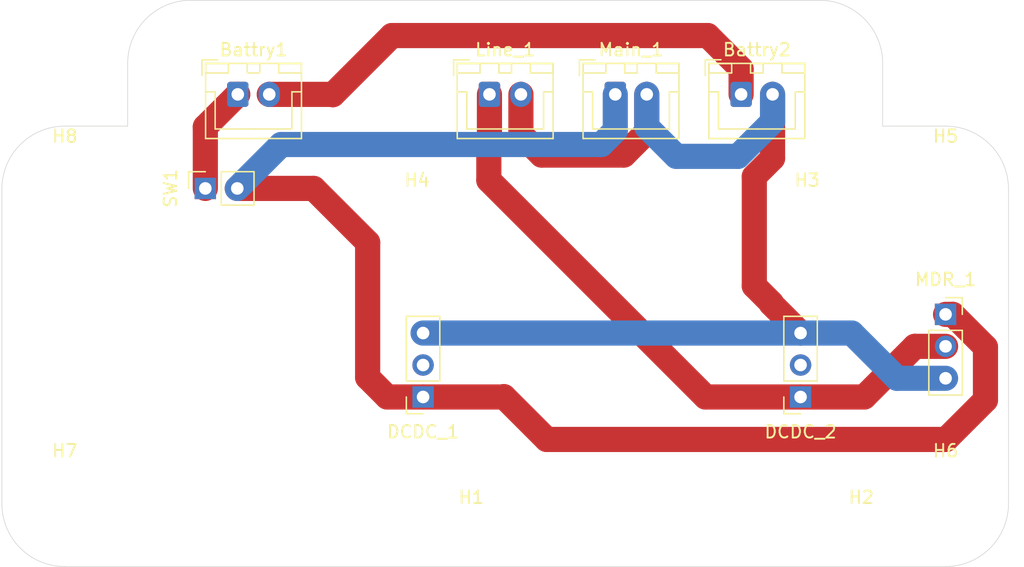
<source format=kicad_pcb>
(kicad_pcb (version 20240108) (generator "pcbnew") (generator_version "8.0")
  (layers (0 "F.Cu" signal) (31 "B.Cu" signal) (34 "B.Paste" user) (35 "F.Paste" user) (36 "B.SilkS" user "B.Silkscreen") (37 "F.SilkS" user "F.Silkscreen") (38 "B.Mask" user) (39 "F.Mask" user) (44 "Edge.Cuts" user))
  (net 0 "")
  (net 1 "VCC")
  (net 2 "GND")
  (net 3 "Net-(Battry1-Pin_2)")
  (net 6 "+5V")
  (net 7 "Net-(Battry1-Pin_1)")
  (footprint "MountingHole:MountingHole_3.2mm_M3" (layer "F.Cu") (at 143 91)
    (property "Reference" "H4" (at 0 -4.2 0) (layer "F.SilkS"))
    (property "Value" "MountingHole")
    (pad "" np_thru_hole circle (at 0 0) (size 3.2 3.2) (drill 3.2) (layers "*.Cu" "*.Mask"))
  )
  (footprint "Connector_JST:JST_XH_B2B-XH-A_1x02_P2.50mm_Vertical" (layer "F.Cu") (at 148.75 79.975)
    (property "Reference" "Line_1" (at 1.25 -3.55 0) (layer "F.SilkS"))
    (property "Value" "Conn_01x02_Pin")
    (fp_line (start -2.85 -2.75) (end -2.85 -1.5) (stroke (width 0.12)) (layer "F.SilkS"))
    (fp_line (start -2.56 -2.46) (end -2.56 3.51) (stroke (width 0.12)) (layer "F.SilkS"))
    (fp_line (start -2.56 3.51) (end 5.06 3.51) (stroke (width 0.12)) (layer "F.SilkS"))
    (fp_line (start -2.55 -2.45) (end -2.55 -1.7) (stroke (width 0.12)) (layer "F.SilkS"))
    (fp_line (start -2.55 -1.7) (end -0.75 -1.7) (stroke (width 0.12)) (layer "F.SilkS"))
    (fp_line (start -2.55 -0.2) (end -1.8 -0.2) (stroke (width 0.12)) (layer "F.SilkS"))
    (fp_line (start -1.8 -0.2) (end -1.8 2.75) (stroke (width 0.12)) (layer "F.SilkS"))
    (fp_line (start -1.8 2.75) (end 1.25 2.75) (stroke (width 0.12)) (layer "F.SilkS"))
    (fp_line (start -1.6 -2.75) (end -2.85 -2.75) (stroke (width 0.12)) (layer "F.SilkS"))
    (fp_line (start -0.75 -2.45) (end -2.55 -2.45) (stroke (width 0.12)) (layer "F.SilkS"))
    (fp_line (start -0.75 -1.7) (end -0.75 -2.45) (stroke (width 0.12)) (layer "F.SilkS"))
    (fp_line (start 0.75 -2.45) (end 0.75 -1.7) (stroke (width 0.12)) (layer "F.SilkS"))
    (fp_line (start 0.75 -1.7) (end 1.75 -1.7) (stroke (width 0.12)) (layer "F.SilkS"))
    (fp_line (start 1.75 -2.45) (end 0.75 -2.45) (stroke (width 0.12)) (layer "F.SilkS"))
    (fp_line (start 1.75 -1.7) (end 1.75 -2.45) (stroke (width 0.12)) (layer "F.SilkS"))
    (fp_line (start 3.25 -2.45) (end 3.25 -1.7) (stroke (width 0.12)) (layer "F.SilkS"))
    (fp_line (start 3.25 -1.7) (end 5.05 -1.7) (stroke (width 0.12)) (layer "F.SilkS"))
    (fp_line (start 4.3 -0.2) (end 4.3 2.75) (stroke (width 0.12)) (layer "F.SilkS"))
    (fp_line (start 4.3 2.75) (end 1.25 2.75) (stroke (width 0.12)) (layer "F.SilkS"))
    (fp_line (start 5.05 -2.45) (end 3.25 -2.45) (stroke (width 0.12)) (layer "F.SilkS"))
    (fp_line (start 5.05 -1.7) (end 5.05 -2.45) (stroke (width 0.12)) (layer "F.SilkS"))
    (fp_line (start 5.05 -0.2) (end 4.3 -0.2) (stroke (width 0.12)) (layer "F.SilkS"))
    (fp_line (start 5.06 -2.46) (end -2.56 -2.46) (stroke (width 0.12)) (layer "F.SilkS"))
    (fp_line (start 5.06 3.51) (end 5.06 -2.46) (stroke (width 0.12)) (layer "F.SilkS"))
    (pad "1" thru_hole roundrect (at 0 0) (size 1.7 2) (drill 1) (layers "*.Cu" "*.Mask") (roundrect_rratio 0.147059) (net 6 "+5V"))
    (pad "2" thru_hole oval (at 2.5 0) (size 1.7 2) (drill 1) (layers "*.Cu" "*.Mask") (net 2 "GND"))
  )
  (footprint "Connector_JST:JST_XH_B2B-XH-A_1x02_P2.50mm_Vertical" (layer "F.Cu") (at 158.75 79.975)
    (property "Reference" "Main_1" (at 1.25 -3.55 0) (layer "F.SilkS"))
    (property "Value" "Conn_01x02_Pin")
    (fp_line (start -2.85 -2.75) (end -2.85 -1.5) (stroke (width 0.12)) (layer "F.SilkS"))
    (fp_line (start -2.56 -2.46) (end -2.56 3.51) (stroke (width 0.12)) (layer "F.SilkS"))
    (fp_line (start -2.56 3.51) (end 5.06 3.51) (stroke (width 0.12)) (layer "F.SilkS"))
    (fp_line (start -2.55 -2.45) (end -2.55 -1.7) (stroke (width 0.12)) (layer "F.SilkS"))
    (fp_line (start -2.55 -1.7) (end -0.75 -1.7) (stroke (width 0.12)) (layer "F.SilkS"))
    (fp_line (start -2.55 -0.2) (end -1.8 -0.2) (stroke (width 0.12)) (layer "F.SilkS"))
    (fp_line (start -1.8 -0.2) (end -1.8 2.75) (stroke (width 0.12)) (layer "F.SilkS"))
    (fp_line (start -1.8 2.75) (end 1.25 2.75) (stroke (width 0.12)) (layer "F.SilkS"))
    (fp_line (start -1.6 -2.75) (end -2.85 -2.75) (stroke (width 0.12)) (layer "F.SilkS"))
    (fp_line (start -0.75 -2.45) (end -2.55 -2.45) (stroke (width 0.12)) (layer "F.SilkS"))
    (fp_line (start -0.75 -1.7) (end -0.75 -2.45) (stroke (width 0.12)) (layer "F.SilkS"))
    (fp_line (start 0.75 -2.45) (end 0.75 -1.7) (stroke (width 0.12)) (layer "F.SilkS"))
    (fp_line (start 0.75 -1.7) (end 1.75 -1.7) (stroke (width 0.12)) (layer "F.SilkS"))
    (fp_line (start 1.75 -2.45) (end 0.75 -2.45) (stroke (width 0.12)) (layer "F.SilkS"))
    (fp_line (start 1.75 -1.7) (end 1.75 -2.45) (stroke (width 0.12)) (layer "F.SilkS"))
    (fp_line (start 3.25 -2.45) (end 3.25 -1.7) (stroke (width 0.12)) (layer "F.SilkS"))
    (fp_line (start 3.25 -1.7) (end 5.05 -1.7) (stroke (width 0.12)) (layer "F.SilkS"))
    (fp_line (start 4.3 -0.2) (end 4.3 2.75) (stroke (width 0.12)) (layer "F.SilkS"))
    (fp_line (start 4.3 2.75) (end 1.25 2.75) (stroke (width 0.12)) (layer "F.SilkS"))
    (fp_line (start 5.05 -2.45) (end 3.25 -2.45) (stroke (width 0.12)) (layer "F.SilkS"))
    (fp_line (start 5.05 -1.7) (end 5.05 -2.45) (stroke (width 0.12)) (layer "F.SilkS"))
    (fp_line (start 5.05 -0.2) (end 4.3 -0.2) (stroke (width 0.12)) (layer "F.SilkS"))
    (fp_line (start 5.06 -2.46) (end -2.56 -2.46) (stroke (width 0.12)) (layer "F.SilkS"))
    (fp_line (start 5.06 3.51) (end 5.06 -2.46) (stroke (width 0.12)) (layer "F.SilkS"))
    (pad "1" thru_hole roundrect (at 0 0) (size 1.7 2) (drill 1) (layers "*.Cu" "*.Mask") (roundrect_rratio 0.147059) (net 1 "VCC"))
    (pad "2" thru_hole oval (at 2.5 0) (size 1.7 2) (drill 1) (layers "*.Cu" "*.Mask") (net 2 "GND"))
  )
  (footprint "Connector_JST:JST_XH_B2B-XH-A_1x02_P2.50mm_Vertical" (layer "F.Cu") (at 128.75 79.975)
    (property "Reference" "Battry1" (at 1.25 -3.55 0) (layer "F.SilkS"))
    (property "Value" "Conn_01x02_Pin")
    (fp_line (start -2.85 -2.75) (end -2.85 -1.5) (stroke (width 0.12)) (layer "F.SilkS"))
    (fp_line (start -2.56 -2.46) (end -2.56 3.51) (stroke (width 0.12)) (layer "F.SilkS"))
    (fp_line (start -2.56 3.51) (end 5.06 3.51) (stroke (width 0.12)) (layer "F.SilkS"))
    (fp_line (start -2.55 -2.45) (end -2.55 -1.7) (stroke (width 0.12)) (layer "F.SilkS"))
    (fp_line (start -2.55 -1.7) (end -0.75 -1.7) (stroke (width 0.12)) (layer "F.SilkS"))
    (fp_line (start -2.55 -0.2) (end -1.8 -0.2) (stroke (width 0.12)) (layer "F.SilkS"))
    (fp_line (start -1.8 -0.2) (end -1.8 2.75) (stroke (width 0.12)) (layer "F.SilkS"))
    (fp_line (start -1.8 2.75) (end 1.25 2.75) (stroke (width 0.12)) (layer "F.SilkS"))
    (fp_line (start -1.6 -2.75) (end -2.85 -2.75) (stroke (width 0.12)) (layer "F.SilkS"))
    (fp_line (start -0.75 -2.45) (end -2.55 -2.45) (stroke (width 0.12)) (layer "F.SilkS"))
    (fp_line (start -0.75 -1.7) (end -0.75 -2.45) (stroke (width 0.12)) (layer "F.SilkS"))
    (fp_line (start 0.75 -2.45) (end 0.75 -1.7) (stroke (width 0.12)) (layer "F.SilkS"))
    (fp_line (start 0.75 -1.7) (end 1.75 -1.7) (stroke (width 0.12)) (layer "F.SilkS"))
    (fp_line (start 1.75 -2.45) (end 0.75 -2.45) (stroke (width 0.12)) (layer "F.SilkS"))
    (fp_line (start 1.75 -1.7) (end 1.75 -2.45) (stroke (width 0.12)) (layer "F.SilkS"))
    (fp_line (start 3.25 -2.45) (end 3.25 -1.7) (stroke (width 0.12)) (layer "F.SilkS"))
    (fp_line (start 3.25 -1.7) (end 5.05 -1.7) (stroke (width 0.12)) (layer "F.SilkS"))
    (fp_line (start 4.3 -0.2) (end 4.3 2.75) (stroke (width 0.12)) (layer "F.SilkS"))
    (fp_line (start 4.3 2.75) (end 1.25 2.75) (stroke (width 0.12)) (layer "F.SilkS"))
    (fp_line (start 5.05 -2.45) (end 3.25 -2.45) (stroke (width 0.12)) (layer "F.SilkS"))
    (fp_line (start 5.05 -1.7) (end 5.05 -2.45) (stroke (width 0.12)) (layer "F.SilkS"))
    (fp_line (start 5.05 -0.2) (end 4.3 -0.2) (stroke (width 0.12)) (layer "F.SilkS"))
    (fp_line (start 5.06 -2.46) (end -2.56 -2.46) (stroke (width 0.12)) (layer "F.SilkS"))
    (fp_line (start 5.06 3.51) (end 5.06 -2.46) (stroke (width 0.12)) (layer "F.SilkS"))
    (pad "1" thru_hole roundrect (at 0 0) (size 1.7 2) (drill 1) (layers "*.Cu" "*.Mask") (roundrect_rratio 0.147059) (net 7 "Net-(Battry1-Pin_1)"))
    (pad "2" thru_hole oval (at 2.5 0) (size 1.7 2) (drill 1) (layers "*.Cu" "*.Mask") (net 3 "Net-(Battry1-Pin_2)"))
  )
  (footprint "MountingHole:MountingHole_3.2mm_M3" (layer "F.Cu") (at 115 112.5)
    (property "Reference" "H7" (at 0 -4.2 0) (layer "F.SilkS"))
    (property "Value" "MountingHole")
    (pad "" np_thru_hole circle (at 0 0) (size 3.2 3.2) (drill 3.2) (layers "*.Cu" "*.Mask"))
  )
  (footprint "MountingHole:MountingHole_3.2mm_M3" (layer "F.Cu") (at 185 87.5)
    (property "Reference" "H5" (at 0 -4.2 0) (layer "F.SilkS"))
    (property "Value" "MountingHole")
    (pad "" np_thru_hole circle (at 0 0) (size 3.2 3.2) (drill 3.2) (layers "*.Cu" "*.Mask"))
  )
  (footprint "Connector_JST:JST_XH_B2B-XH-A_1x02_P2.50mm_Vertical" (layer "F.Cu") (at 168.75 79.975)
    (property "Reference" "Battry2" (at 1.25 -3.55 0) (layer "F.SilkS"))
    (property "Value" "Conn_01x02_Pin")
    (fp_line (start -2.85 -2.75) (end -2.85 -1.5) (stroke (width 0.12)) (layer "F.SilkS"))
    (fp_line (start -2.56 -2.46) (end -2.56 3.51) (stroke (width 0.12)) (layer "F.SilkS"))
    (fp_line (start -2.56 3.51) (end 5.06 3.51) (stroke (width 0.12)) (layer "F.SilkS"))
    (fp_line (start -2.55 -2.45) (end -2.55 -1.7) (stroke (width 0.12)) (layer "F.SilkS"))
    (fp_line (start -2.55 -1.7) (end -0.75 -1.7) (stroke (width 0.12)) (layer "F.SilkS"))
    (fp_line (start -2.55 -0.2) (end -1.8 -0.2) (stroke (width 0.12)) (layer "F.SilkS"))
    (fp_line (start -1.8 -0.2) (end -1.8 2.75) (stroke (width 0.12)) (layer "F.SilkS"))
    (fp_line (start -1.8 2.75) (end 1.25 2.75) (stroke (width 0.12)) (layer "F.SilkS"))
    (fp_line (start -1.6 -2.75) (end -2.85 -2.75) (stroke (width 0.12)) (layer "F.SilkS"))
    (fp_line (start -0.75 -2.45) (end -2.55 -2.45) (stroke (width 0.12)) (layer "F.SilkS"))
    (fp_line (start -0.75 -1.7) (end -0.75 -2.45) (stroke (width 0.12)) (layer "F.SilkS"))
    (fp_line (start 0.75 -2.45) (end 0.75 -1.7) (stroke (width 0.12)) (layer "F.SilkS"))
    (fp_line (start 0.75 -1.7) (end 1.75 -1.7) (stroke (width 0.12)) (layer "F.SilkS"))
    (fp_line (start 1.75 -2.45) (end 0.75 -2.45) (stroke (width 0.12)) (layer "F.SilkS"))
    (fp_line (start 1.75 -1.7) (end 1.75 -2.45) (stroke (width 0.12)) (layer "F.SilkS"))
    (fp_line (start 3.25 -2.45) (end 3.25 -1.7) (stroke (width 0.12)) (layer "F.SilkS"))
    (fp_line (start 3.25 -1.7) (end 5.05 -1.7) (stroke (width 0.12)) (layer "F.SilkS"))
    (fp_line (start 4.3 -0.2) (end 4.3 2.75) (stroke (width 0.12)) (layer "F.SilkS"))
    (fp_line (start 4.3 2.75) (end 1.25 2.75) (stroke (width 0.12)) (layer "F.SilkS"))
    (fp_line (start 5.05 -2.45) (end 3.25 -2.45) (stroke (width 0.12)) (layer "F.SilkS"))
    (fp_line (start 5.05 -1.7) (end 5.05 -2.45) (stroke (width 0.12)) (layer "F.SilkS"))
    (fp_line (start 5.05 -0.2) (end 4.3 -0.2) (stroke (width 0.12)) (layer "F.SilkS"))
    (fp_line (start 5.06 -2.46) (end -2.56 -2.46) (stroke (width 0.12)) (layer "F.SilkS"))
    (fp_line (start 5.06 3.51) (end 5.06 -2.46) (stroke (width 0.12)) (layer "F.SilkS"))
    (pad "1" thru_hole roundrect (at 0 0) (size 1.7 2) (drill 1) (layers "*.Cu" "*.Mask") (roundrect_rratio 0.147059) (net 3 "Net-(Battry1-Pin_2)"))
    (pad "2" thru_hole oval (at 2.5 0) (size 1.7 2) (drill 1) (layers "*.Cu" "*.Mask") (net 2 "GND"))
  )
  (footprint "Connector_PinSocket_2.54mm:PinSocket_1x02_P2.54mm_Vertical" (layer "F.Cu") (at 126.17 87.45 90)
    (property "Reference" "SW1" (at 0 -2.77 90) (layer "F.SilkS"))
    (property "Value" "SW_DPST_x2")
    (fp_line (start 1.33 -1.33) (end 1.33 0) (stroke (width 0.12)) (layer "F.SilkS"))
    (fp_line (start 0 -1.33) (end 1.33 -1.33) (stroke (width 0.12)) (layer "F.SilkS"))
    (fp_line (start 1.33 1.27) (end 1.33 3.87) (stroke (width 0.12)) (layer "F.SilkS"))
    (fp_line (start -1.33 1.27) (end 1.33 1.27) (stroke (width 0.12)) (layer "F.SilkS"))
    (fp_line (start -1.33 1.27) (end -1.33 3.87) (stroke (width 0.12)) (layer "F.SilkS"))
    (fp_line (start -1.33 3.87) (end 1.33 3.87) (stroke (width 0.12)) (layer "F.SilkS"))
    (pad "1" thru_hole rect (at 0 0 90) (size 1.7 1.7) (drill 1) (layers "*.Cu" "*.Mask") (net 7 "Net-(Battry1-Pin_1)"))
    (pad "2" thru_hole oval (at 0 2.54 90) (size 1.7 1.7) (drill 1) (layers "*.Cu" "*.Mask") (net 1 "VCC"))
  )
  (footprint "Connector_PinSocket_2.54mm:PinSocket_1x03_P2.54mm_Vertical" (layer "F.Cu") (at 173.475 104.025 180)
    (property "Reference" "DCDC_2" (at 0 -2.77 0) (layer "F.SilkS"))
    (property "Value" "Conn_01x03_Pin")
    (fp_line (start 1.33 1.27) (end 1.33 6.41) (stroke (width 0.12)) (layer "F.SilkS"))
    (fp_line (start 1.33 -1.33) (end 1.33 0) (stroke (width 0.12)) (layer "F.SilkS"))
    (fp_line (start 0 -1.33) (end 1.33 -1.33) (stroke (width 0.12)) (layer "F.SilkS"))
    (fp_line (start -1.33 6.41) (end 1.33 6.41) (stroke (width 0.12)) (layer "F.SilkS"))
    (fp_line (start -1.33 1.27) (end 1.33 1.27) (stroke (width 0.12)) (layer "F.SilkS"))
    (fp_line (start -1.33 1.27) (end -1.33 6.41) (stroke (width 0.12)) (layer "F.SilkS"))
    (pad "1" thru_hole rect (at 0 0 180) (size 1.7 1.7) (drill 1) (layers "*.Cu" "*.Mask") (net 6 "+5V"))
    (pad "2" thru_hole oval (at 0 2.54 180) (size 1.7 1.7) (drill 1) (layers "*.Cu" "*.Mask"))
    (pad "3" thru_hole oval (at 0 5.08 180) (size 1.7 1.7) (drill 1) (layers "*.Cu" "*.Mask") (net 2 "GND"))
  )
  (footprint "MountingHole:MountingHole_3.2mm_M3" (layer "F.Cu") (at 115 87.5)
    (property "Reference" "H8" (at 0 -4.2 0) (layer "F.SilkS"))
    (property "Value" "MountingHole")
    (pad "" np_thru_hole circle (at 0 0) (size 3.2 3.2) (drill 3.2) (layers "*.Cu" "*.Mask"))
  )
  (footprint "Connector_PinSocket_2.54mm:PinSocket_1x03_P2.54mm_Vertical" (layer "F.Cu") (at 143.475 104.025 180)
    (property "Reference" "DCDC_1" (at 0 -2.77 0) (layer "F.SilkS"))
    (property "Value" "Conn_01x03_Pin")
    (fp_line (start 1.33 1.27) (end 1.33 6.41) (stroke (width 0.12)) (layer "F.SilkS"))
    (fp_line (start 1.33 -1.33) (end 1.33 0) (stroke (width 0.12)) (layer "F.SilkS"))
    (fp_line (start 0 -1.33) (end 1.33 -1.33) (stroke (width 0.12)) (layer "F.SilkS"))
    (fp_line (start -1.33 6.41) (end 1.33 6.41) (stroke (width 0.12)) (layer "F.SilkS"))
    (fp_line (start -1.33 1.27) (end 1.33 1.27) (stroke (width 0.12)) (layer "F.SilkS"))
    (fp_line (start -1.33 1.27) (end -1.33 6.41) (stroke (width 0.12)) (layer "F.SilkS"))
    (pad "1" thru_hole rect (at 0 0 180) (size 1.7 1.7) (drill 1) (layers "*.Cu" "*.Mask") (net 1 "VCC"))
    (pad "2" thru_hole oval (at 0 2.54 180) (size 1.7 1.7) (drill 1) (layers "*.Cu" "*.Mask"))
    (pad "3" thru_hole oval (at 0 5.08 180) (size 1.7 1.7) (drill 1) (layers "*.Cu" "*.Mask") (net 2 "GND"))
  )
  (footprint "MountingHole:MountingHole_3.2mm_M3" (layer "F.Cu") (at 143 112)
    (property "Reference" "H1" (at 4.3 0 0) (layer "F.SilkS"))
    (property "Value" "MountingHole")
    (pad "" np_thru_hole circle (at 0 0) (size 3.2 3.2) (drill 3.2) (layers "*.Cu" "*.Mask"))
  )
  (footprint "Connector_PinSocket_2.54mm:PinSocket_1x03_P2.54mm_Vertical" (layer "F.Cu") (at 185 97.46)
    (property "Reference" "MDR_1" (at 0 -2.77 0) (layer "F.SilkS"))
    (property "Value" "Conn_01x03_Pin")
    (fp_line (start -1.33 1.27) (end -1.33 6.41) (stroke (width 0.12)) (layer "F.SilkS"))
    (fp_line (start -1.33 1.27) (end 1.33 1.27) (stroke (width 0.12)) (layer "F.SilkS"))
    (fp_line (start -1.33 6.41) (end 1.33 6.41) (stroke (width 0.12)) (layer "F.SilkS"))
    (fp_line (start 0 -1.33) (end 1.33 -1.33) (stroke (width 0.12)) (layer "F.SilkS"))
    (fp_line (start 1.33 -1.33) (end 1.33 0) (stroke (width 0.12)) (layer "F.SilkS"))
    (fp_line (start 1.33 1.27) (end 1.33 6.41) (stroke (width 0.12)) (layer "F.SilkS"))
    (pad "1" thru_hole rect (at 0 0) (size 1.7 1.7) (drill 1) (layers "*.Cu" "*.Mask") (net 1 "VCC"))
    (pad "2" thru_hole oval (at 0 2.54) (size 1.7 1.7) (drill 1) (layers "*.Cu" "*.Mask") (net 6 "+5V"))
    (pad "3" thru_hole oval (at 0 5.08) (size 1.7 1.7) (drill 1) (layers "*.Cu" "*.Mask") (net 2 "GND"))
  )
  (footprint "MountingHole:MountingHole_3.2mm_M3" (layer "F.Cu") (at 174 91)
    (property "Reference" "H3" (at 0 -4.2 0) (layer "F.SilkS"))
    (property "Value" "MountingHole")
    (pad "" np_thru_hole circle (at 0 0) (size 3.2 3.2) (drill 3.2) (layers "*.Cu" "*.Mask"))
  )
  (footprint "MountingHole:MountingHole_3.2mm_M3" (layer "F.Cu") (at 174 112)
    (property "Reference" "H2" (at 4.3 0 0) (layer "F.SilkS"))
    (property "Value" "MountingHole")
    (pad "" np_thru_hole circle (at 0 0) (size 3.2 3.2) (drill 3.2) (layers "*.Cu" "*.Mask"))
  )
  (footprint "MountingHole:MountingHole_3.2mm_M3" (layer "F.Cu") (at 185 112.5)
    (property "Reference" "H6" (at 0 -4.2 0) (layer "F.SilkS"))
    (property "Value" "MountingHole")
    (pad "" np_thru_hole circle (at 0 0) (size 3.2 3.2) (drill 3.2) (layers "*.Cu" "*.Mask"))
  )
  (gr_line (start 110 87.5) (end 110 112.5) (stroke (width 0.05)) (layer "Edge.Cuts"))
  (gr_arc (start 175 72.5) (mid 178.535534 73.964466) (end 180 77.5) (stroke (width 0.05)) (layer "Edge.Cuts"))
  (gr_arc (start 120 77.5) (mid 121.464466 73.964466) (end 125 72.5) (stroke (width 0.05)) (layer "Edge.Cuts"))
  (gr_arc (start 190 112.5) (mid 188.535534 116.035534) (end 185 117.5) (stroke (width 0.05)) (layer "Edge.Cuts"))
  (gr_arc (start 115 117.5) (mid 111.464466 116.035534) (end 110 112.5) (stroke (width 0.05)) (layer "Edge.Cuts"))
  (gr_arc (start 185 82.5) (mid 188.535534 83.964466) (end 190 87.5) (stroke (width 0.05)) (layer "Edge.Cuts"))
  (gr_line (start 190 87.5) (end 190 112.5) (stroke (width 0.05)) (layer "Edge.Cuts"))
  (gr_line (start 180 77.5) (end 180 82.5) (stroke (width 0.05)) (layer "Edge.Cuts"))
  (gr_line (start 120 82.5) (end 115 82.5) (stroke (width 0.05)) (layer "Edge.Cuts"))
  (gr_line (start 120 77.5) (end 120 82.5) (stroke (width 0.05)) (layer "Edge.Cuts"))
  (gr_line (start 185 82.5) (end 180 82.5) (stroke (width 0.05)) (layer "Edge.Cuts"))
  (gr_line (start 175 72.5) (end 125 72.5) (stroke (width 0.05)) (layer "Edge.Cuts"))
  (gr_line (start 115 117.5) (end 185 117.5) (stroke (width 0.05)) (layer "Edge.Cuts"))
  (gr_arc (start 110 87.5) (mid 111.464466 83.964466) (end 115 82.5) (stroke (width 0.05)) (layer "Edge.Cuts"))
  (segment (start 139.07 102.47) (end 140.625 104.025) (width 2) (layer "F.Cu") (net 1))
  (segment (start 143.475 104.025) (end 149.875 104.025) (width 2) (layer "F.Cu") (net 1))
  (segment (start 149.9 104) (end 153.3 107.4) (width 2) (layer "F.Cu") (net 1))
  (segment (start 185.57127 97.46) (end 185 97.46) (width 2) (layer "F.Cu") (net 1))
  (segment (start 185.04 107.4) (end 188.17 104.27) (width 2) (layer "F.Cu") (net 1))
  (segment (start 188.17 100.05873) (end 185.57127 97.46) (width 2) (layer "F.Cu") (net 1))
  (segment (start 153.3 107.4) (end 185.04 107.4) (width 2) (layer "F.Cu") (net 1))
  (segment (start 139.07 91.74) (end 139.07 102.47) (width 2) (layer "F.Cu") (net 1))
  (segment (start 188.17 104.27) (end 188.17 100.05873) (width 2) (layer "F.Cu") (net 1))
  (segment (start 128.71 87.45) (end 134.78 87.45) (width 2) (layer "F.Cu") (net 1))
  (segment (start 134.78 87.45) (end 139.07 91.74) (width 2) (layer "F.Cu") (net 1))
  (segment (start 140.625 104.025) (end 143.475 104.025) (width 2) (layer "F.Cu") (net 1))
  (segment (start 149.875 104.025) (end 149.9 104) (width 2) (layer "F.Cu") (net 1))
  (segment (start 158.75 79.975) (end 158.75 82.85) (width 2) (layer "B.Cu") (net 1))
  (segment (start 157.64 83.96) (end 132.2 83.96) (width 2) (layer "B.Cu") (net 1))
  (segment (start 132.2 83.96) (end 128.71 87.45) (width 2) (layer "B.Cu") (net 1))
  (segment (start 158.75 82.85) (end 157.64 83.96) (width 2) (layer "B.Cu") (net 1))
  (segment (start 152.9 84.8) (end 151.25 83.15) (width 2) (layer "F.Cu") (net 2))
  (segment (start 161.25 79.975) (end 161.25 82.975) (width 2) (layer "F.Cu") (net 2))
  (segment (start 171.15 96.62) (end 171.15 96.55) (width 2) (layer "F.Cu") (net 2))
  (segment (start 173.475 98.945) (end 171.15 96.62) (width 2) (layer "F.Cu") (net 2))
  (segment (start 169.8 95.2) (end 169.8 86.5) (width 2) (layer "F.Cu") (net 2))
  (segment (start 161.25 82.975) (end 159.425 84.8) (width 2) (layer "F.Cu") (net 2))
  (segment (start 151.25 83.15) (end 151.25 79.975) (width 2) (layer "F.Cu") (net 2))
  (segment (start 171.25 85.05) (end 171.25 79.975) (width 2) (layer "F.Cu") (net 2))
  (segment (start 169.8 86.5) (end 171.25 85.05) (width 2) (layer "F.Cu") (net 2))
  (segment (start 171.15 96.55) (end 169.8 95.2) (width 2) (layer "F.Cu") (net 2))
  (segment (start 159.425 84.8) (end 152.9 84.8) (width 2) (layer "F.Cu") (net 2))
  (segment (start 161.25 82.55) (end 163.6 84.9) (width 2) (layer "B.Cu") (net 2))
  (segment (start 161.25 79.975) (end 161.25 82.55) (width 2) (layer "B.Cu") (net 2))
  (segment (start 173.475 98.945) (end 177.545 98.945) (width 2) (layer "B.Cu") (net 2))
  (segment (start 171.25 82.15) (end 171.25 79.975) (width 2) (layer "B.Cu") (net 2))
  (segment (start 177.545 98.945) (end 181.14 102.54) (width 2) (layer "B.Cu") (net 2))
  (segment (start 143.475 98.945) (end 173.475 98.945) (width 2) (layer "B.Cu") (net 2))
  (segment (start 168.5 84.9) (end 171.25 82.15) (width 2) (layer "B.Cu") (net 2))
  (segment (start 163.6 84.9) (end 168.5 84.9) (width 2) (layer "B.Cu") (net 2))
  (segment (start 181.14 102.54) (end 185 102.54) (width 2) (layer "B.Cu") (net 2))
  (segment (start 136.3 80) (end 141 75.3) (width 2) (layer "F.Cu") (net 3))
  (segment (start 136.275 79.975) (end 136.3 80) (width 2) (layer "F.Cu") (net 3))
  (segment (start 166.1 75.3) (end 168.75 77.95) (width 2) (layer "F.Cu") (net 3))
  (segment (start 141 75.3) (end 166.1 75.3) (width 2) (layer "F.Cu") (net 3))
  (segment (start 131.25 79.975) (end 136.275 79.975) (width 2) (layer "F.Cu") (net 3))
  (segment (start 168.75 77.95) (end 168.75 79.975) (width 2) (layer "F.Cu") (net 3))
  (segment (start 178.535 104.025) (end 182.56 100) (width 2) (layer "F.Cu") (net 6))
  (segment (start 182.56 100) (end 185 100) (width 2) (layer "F.Cu") (net 6))
  (segment (start 148.75 83.76127) (end 148.7 83.81127) (width 2) (layer "F.Cu") (net 6))
  (segment (start 148.7 83.81127) (end 148.7 86.8) (width 2) (layer "F.Cu") (net 6))
  (segment (start 173.475 104.025) (end 178.535 104.025) (width 2) (layer "F.Cu") (net 6))
  (segment (start 165.925 104.025) (end 173.475 104.025) (width 2) (layer "F.Cu") (net 6))
  (segment (start 148.75 79.975) (end 148.75 83.76127) (width 2) (layer "F.Cu") (net 6))
  (segment (start 148.7 86.8) (end 165.925 104.025) (width 2) (layer "F.Cu") (net 6))
  (segment (start 128.75 79.975) (end 126.17 82.555) (width 2) (layer "F.Cu") (net 7))
  (segment (start 126.17 82.555) (end 126.17 87.45) (width 2) (layer "F.Cu") (net 7))
)
</source>
